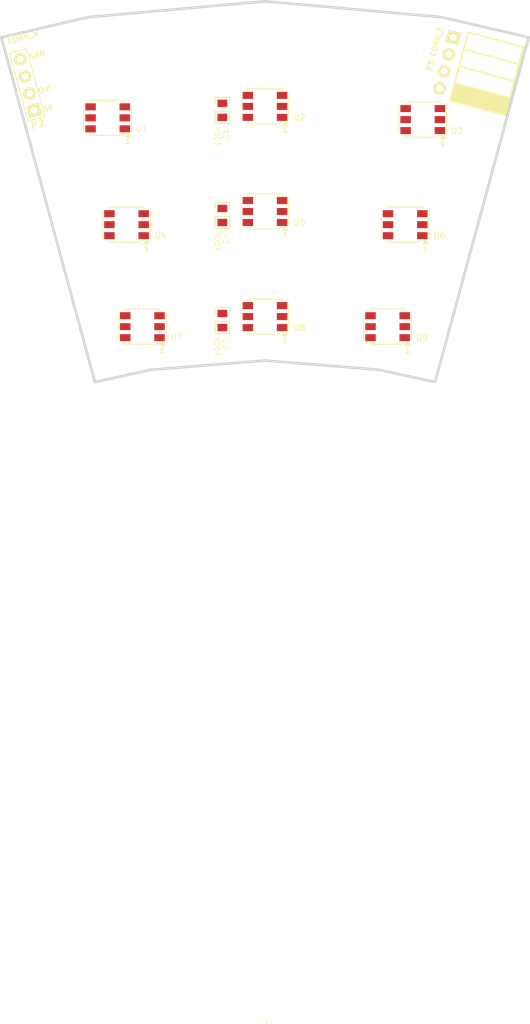
<source format=kicad_pcb>
(kicad_pcb (version 3) (host pcbnew "(2013-03-15 BZR 4003)-stable")

  (general
    (links 51)
    (no_connects 51)
    (area 25.018999 25.145999 101.600001 175.2092)
    (thickness 1.6002)
    (drawings 10)
    (tracks 0)
    (zones 0)
    (modules 15)
    (nets 9)
  )

  (page A4)
  (layers
    (15 Front signal)
    (0 Back signal)
    (16 B.Adhes user)
    (17 F.Adhes user)
    (18 B.Paste user)
    (19 F.Paste user)
    (20 B.SilkS user)
    (21 F.SilkS user)
    (22 B.Mask user)
    (23 F.Mask user)
    (24 Dwgs.User user)
    (25 Cmts.User user)
    (26 Eco1.User user)
    (27 Eco2.User user)
    (28 Edge.Cuts user)
  )

  (setup
    (last_trace_width 0.2032)
    (trace_clearance 0.254)
    (zone_clearance 0.508)
    (zone_45_only no)
    (trace_min 0.2032)
    (segment_width 0.381)
    (edge_width 0.381)
    (via_size 0.889)
    (via_drill 0.635)
    (via_min_size 0.889)
    (via_min_drill 0.508)
    (uvia_size 0.508)
    (uvia_drill 0.127)
    (uvias_allowed no)
    (uvia_min_size 0.508)
    (uvia_min_drill 0.127)
    (pcb_text_width 0.3048)
    (pcb_text_size 1.524 2.032)
    (mod_edge_width 0.381)
    (mod_text_size 1.524 1.524)
    (mod_text_width 0.3048)
    (pad_size 1.524 1.524)
    (pad_drill 0.8128)
    (pad_to_mask_clearance 0.254)
    (aux_axis_origin 0 0)
    (visible_elements FFFFFFBF)
    (pcbplotparams
      (layerselection 3178497)
      (usegerberextensions true)
      (excludeedgelayer true)
      (linewidth 60)
      (plotframeref false)
      (viasonmask false)
      (mode 1)
      (useauxorigin false)
      (hpglpennumber 1)
      (hpglpenspeed 20)
      (hpglpendiameter 15)
      (hpglpenoverlay 0)
      (psnegative false)
      (psa4output false)
      (plotreference true)
      (plotvalue true)
      (plotothertext true)
      (plotinvisibletext false)
      (padsonsilk false)
      (subtractmaskfromsilk false)
      (outputformat 1)
      (mirror false)
      (drillshape 1)
      (scaleselection 1)
      (outputdirectory ""))
  )

  (net 0 "")
  (net 1 /5V)
  (net 2 /D_15)
  (net 3 /D_16)
  (net 4 /Data_Out)
  (net 5 /SlaveController/5V)
  (net 6 GND)
  (net 7 N-000006)
  (net 8 N-000037)

  (net_class Default "This is the default net class."
    (clearance 0.254)
    (trace_width 0.2032)
    (via_dia 0.889)
    (via_drill 0.635)
    (uvia_dia 0.508)
    (uvia_drill 0.127)
    (add_net "")
    (add_net /5V)
    (add_net /D_15)
    (add_net /D_16)
    (add_net /Data_Out)
    (add_net /SlaveController/5V)
    (add_net GND)
    (add_net N-000006)
    (add_net N-000037)
  )

  (module RGB_WS2811 (layer Front) (tedit 513F2407) (tstamp 51383698)
    (at 86.106 42.418 90)
    (path /50E7FA74)
    (fp_text reference U3 (at -1.5875 4.953 180) (layer F.SilkS)
      (effects (font (size 0.889 0.889) (thickness 0.127)))
    )
    (fp_text value RGB_WS2811 (at 0 0 90) (layer F.SilkS) hide
      (effects (font (size 0.762 0.762) (thickness 0.127)))
    )
    (fp_line (start -2.3495 2.8575) (end -2.3495 2.9845) (layer F.SilkS) (width 0.127))
    (fp_line (start -2.4765 2.794) (end -2.4765 3.048) (layer F.SilkS) (width 0.127))
    (fp_line (start -2.6035 2.667) (end -2.6035 3.175) (layer F.SilkS) (width 0.127))
    (fp_line (start -2.286 2.921) (end -2.7305 3.3655) (layer F.SilkS) (width 0.127))
    (fp_line (start -2.7305 3.3655) (end -2.7305 2.4765) (layer F.SilkS) (width 0.127))
    (fp_line (start -2.7305 2.4765) (end -2.286 2.921) (layer F.SilkS) (width 0.127))
    (fp_line (start -2.54 2.032) (end -2.286 2.286) (layer F.SilkS) (width 0.127))
    (fp_line (start -2.032 -3.429) (end 2.032 -3.429) (layer F.SilkS) (width 0.127))
    (fp_line (start -2.032 3.429) (end 2.032 3.429) (layer F.SilkS) (width 0.127))
    (fp_line (start 2.54 2.54) (end 2.286 2.54) (layer F.SilkS) (width 0.127))
    (fp_line (start -2.54 -2.54) (end -2.286 -2.54) (layer F.SilkS) (width 0.127))
    (fp_line (start 2.54 -2.54) (end 2.286 -2.54) (layer F.SilkS) (width 0.127))
    (fp_line (start -2.54 2.032) (end -2.54 0) (layer F.SilkS) (width 0.127))
    (fp_line (start -2.54 0) (end -2.54 -2.54) (layer F.SilkS) (width 0.127))
    (fp_line (start 2.54 -2.54) (end 2.54 0) (layer F.SilkS) (width 0.127))
    (fp_line (start 2.54 0) (end 2.54 2.54) (layer F.SilkS) (width 0.127))
    (fp_text user 1 (at -3.4036 2.921 180) (layer F.SilkS)
      (effects (font (size 0.762 0.762) (thickness 0.1524)))
    )
    (pad 1 smd rect (at -1.5875 2.4765 90) (size 1.016 1.524)
      (layers Front F.Paste F.Mask)
      (net 3 /D_16)
      (clearance 0.127)
    )
    (pad 2 smd rect (at 0 2.4765 90) (size 1.016 1.524)
      (layers Front F.Paste F.Mask)
      (net 2 /D_15)
      (clearance 0.127)
    )
    (pad 3 smd rect (at 1.5875 2.4765 90) (size 1.016 1.524)
      (layers Front F.Paste F.Mask)
      (net 1 /5V)
      (clearance 0.127)
    )
    (pad 4 smd rect (at 1.5875 -2.4765 90) (size 1.016 1.524)
      (layers Front F.Paste F.Mask)
      (clearance 0.127)
    )
    (pad 5 smd rect (at 0 -2.4765 90) (size 1.016 1.524)
      (layers Front F.Paste F.Mask)
      (net 1 /5V)
      (clearance 0.127)
    )
    (pad 6 smd rect (at -1.5875 -2.4765 90) (size 1.016 1.524)
      (layers Front F.Paste F.Mask)
      (net 6 GND)
      (clearance 0.127)
    )
    (model smartRGB_Lib/smartRGB_3D/led_0805.wrl
      (at (xyz 0 0 0))
      (scale (xyz 1 1.5 1))
      (rotate (xyz 0 0 0))
    )
    (model Equinox_Libs\equinox_3D\led_0805.wrl
      (at (xyz 0 0 0))
      (scale (xyz 1 1.5 1))
      (rotate (xyz 0 0 0))
    )
  )

  (module RGB_WS2811 (layer Front) (tedit 513F2425) (tstamp 51372247)
    (at 63.3095 70.866 90)
    (path /50E7FA74)
    (fp_text reference U8 (at -1.5875 4.953 180) (layer F.SilkS)
      (effects (font (size 0.889 0.889) (thickness 0.127)))
    )
    (fp_text value RGB_WS2811 (at 0 0 90) (layer F.SilkS) hide
      (effects (font (size 0.762 0.762) (thickness 0.127)))
    )
    (fp_line (start -2.3495 2.8575) (end -2.3495 2.9845) (layer F.SilkS) (width 0.127))
    (fp_line (start -2.4765 2.794) (end -2.4765 3.048) (layer F.SilkS) (width 0.127))
    (fp_line (start -2.6035 2.667) (end -2.6035 3.175) (layer F.SilkS) (width 0.127))
    (fp_line (start -2.286 2.921) (end -2.7305 3.3655) (layer F.SilkS) (width 0.127))
    (fp_line (start -2.7305 3.3655) (end -2.7305 2.4765) (layer F.SilkS) (width 0.127))
    (fp_line (start -2.7305 2.4765) (end -2.286 2.921) (layer F.SilkS) (width 0.127))
    (fp_line (start -2.54 2.032) (end -2.286 2.286) (layer F.SilkS) (width 0.127))
    (fp_line (start -2.032 -3.429) (end 2.032 -3.429) (layer F.SilkS) (width 0.127))
    (fp_line (start -2.032 3.429) (end 2.032 3.429) (layer F.SilkS) (width 0.127))
    (fp_line (start 2.54 2.54) (end 2.286 2.54) (layer F.SilkS) (width 0.127))
    (fp_line (start -2.54 -2.54) (end -2.286 -2.54) (layer F.SilkS) (width 0.127))
    (fp_line (start 2.54 -2.54) (end 2.286 -2.54) (layer F.SilkS) (width 0.127))
    (fp_line (start -2.54 2.032) (end -2.54 0) (layer F.SilkS) (width 0.127))
    (fp_line (start -2.54 0) (end -2.54 -2.54) (layer F.SilkS) (width 0.127))
    (fp_line (start 2.54 -2.54) (end 2.54 0) (layer F.SilkS) (width 0.127))
    (fp_line (start 2.54 0) (end 2.54 2.54) (layer F.SilkS) (width 0.127))
    (fp_text user 1 (at -3.4036 2.921 180) (layer F.SilkS)
      (effects (font (size 0.762 0.762) (thickness 0.1524)))
    )
    (pad 1 smd rect (at -1.5875 2.4765 90) (size 1.016 1.524)
      (layers Front F.Paste F.Mask)
      (net 3 /D_16)
      (clearance 0.127)
    )
    (pad 2 smd rect (at 0 2.4765 90) (size 1.016 1.524)
      (layers Front F.Paste F.Mask)
      (net 2 /D_15)
      (clearance 0.127)
    )
    (pad 3 smd rect (at 1.5875 2.4765 90) (size 1.016 1.524)
      (layers Front F.Paste F.Mask)
      (net 1 /5V)
      (clearance 0.127)
    )
    (pad 4 smd rect (at 1.5875 -2.4765 90) (size 1.016 1.524)
      (layers Front F.Paste F.Mask)
      (clearance 0.127)
    )
    (pad 5 smd rect (at 0 -2.4765 90) (size 1.016 1.524)
      (layers Front F.Paste F.Mask)
      (net 1 /5V)
      (clearance 0.127)
    )
    (pad 6 smd rect (at -1.5875 -2.4765 90) (size 1.016 1.524)
      (layers Front F.Paste F.Mask)
      (net 6 GND)
      (clearance 0.127)
    )
    (model smartRGB_Lib/smartRGB_3D/led_0805.wrl
      (at (xyz 0 0 0))
      (scale (xyz 1 1.5 1))
      (rotate (xyz 0 0 0))
    )
    (model Equinox_Libs\equinox_3D\led_0805.wrl
      (at (xyz 0 0 0))
      (scale (xyz 1 1.5 1))
      (rotate (xyz 0 0 0))
    )
  )

  (module RGB_WS2811 (layer Front) (tedit 513F2418) (tstamp 5137223D)
    (at 63.3095 55.6895 90)
    (path /50E7FA74)
    (fp_text reference U5 (at -1.5875 4.953 180) (layer F.SilkS)
      (effects (font (size 0.889 0.889) (thickness 0.127)))
    )
    (fp_text value RGB_WS2811 (at 0 0 90) (layer F.SilkS) hide
      (effects (font (size 0.762 0.762) (thickness 0.127)))
    )
    (fp_line (start -2.3495 2.8575) (end -2.3495 2.9845) (layer F.SilkS) (width 0.127))
    (fp_line (start -2.4765 2.794) (end -2.4765 3.048) (layer F.SilkS) (width 0.127))
    (fp_line (start -2.6035 2.667) (end -2.6035 3.175) (layer F.SilkS) (width 0.127))
    (fp_line (start -2.286 2.921) (end -2.7305 3.3655) (layer F.SilkS) (width 0.127))
    (fp_line (start -2.7305 3.3655) (end -2.7305 2.4765) (layer F.SilkS) (width 0.127))
    (fp_line (start -2.7305 2.4765) (end -2.286 2.921) (layer F.SilkS) (width 0.127))
    (fp_line (start -2.54 2.032) (end -2.286 2.286) (layer F.SilkS) (width 0.127))
    (fp_line (start -2.032 -3.429) (end 2.032 -3.429) (layer F.SilkS) (width 0.127))
    (fp_line (start -2.032 3.429) (end 2.032 3.429) (layer F.SilkS) (width 0.127))
    (fp_line (start 2.54 2.54) (end 2.286 2.54) (layer F.SilkS) (width 0.127))
    (fp_line (start -2.54 -2.54) (end -2.286 -2.54) (layer F.SilkS) (width 0.127))
    (fp_line (start 2.54 -2.54) (end 2.286 -2.54) (layer F.SilkS) (width 0.127))
    (fp_line (start -2.54 2.032) (end -2.54 0) (layer F.SilkS) (width 0.127))
    (fp_line (start -2.54 0) (end -2.54 -2.54) (layer F.SilkS) (width 0.127))
    (fp_line (start 2.54 -2.54) (end 2.54 0) (layer F.SilkS) (width 0.127))
    (fp_line (start 2.54 0) (end 2.54 2.54) (layer F.SilkS) (width 0.127))
    (fp_text user 1 (at -3.4036 2.921 180) (layer F.SilkS)
      (effects (font (size 0.762 0.762) (thickness 0.1524)))
    )
    (pad 1 smd rect (at -1.5875 2.4765 90) (size 1.016 1.524)
      (layers Front F.Paste F.Mask)
      (net 3 /D_16)
      (clearance 0.127)
    )
    (pad 2 smd rect (at 0 2.4765 90) (size 1.016 1.524)
      (layers Front F.Paste F.Mask)
      (net 2 /D_15)
      (clearance 0.127)
    )
    (pad 3 smd rect (at 1.5875 2.4765 90) (size 1.016 1.524)
      (layers Front F.Paste F.Mask)
      (net 1 /5V)
      (clearance 0.127)
    )
    (pad 4 smd rect (at 1.5875 -2.4765 90) (size 1.016 1.524)
      (layers Front F.Paste F.Mask)
      (clearance 0.127)
    )
    (pad 5 smd rect (at 0 -2.4765 90) (size 1.016 1.524)
      (layers Front F.Paste F.Mask)
      (net 1 /5V)
      (clearance 0.127)
    )
    (pad 6 smd rect (at -1.5875 -2.4765 90) (size 1.016 1.524)
      (layers Front F.Paste F.Mask)
      (net 6 GND)
      (clearance 0.127)
    )
    (model smartRGB_Lib/smartRGB_3D/led_0805.wrl
      (at (xyz 0 0 0))
      (scale (xyz 1 1.5 1))
      (rotate (xyz 0 0 0))
    )
    (model Equinox_Libs\equinox_3D\led_0805.wrl
      (at (xyz 0 0 0))
      (scale (xyz 1 1.5 1))
      (rotate (xyz 0 0 0))
    )
  )

  (module RGB_WS2811 (layer Front) (tedit 513F2402) (tstamp 51372215)
    (at 63.3095 40.513 90)
    (path /50E7FA74)
    (fp_text reference U2 (at -1.5875 4.953 180) (layer F.SilkS)
      (effects (font (size 0.889 0.889) (thickness 0.127)))
    )
    (fp_text value RGB_WS2811 (at 0 0 90) (layer F.SilkS) hide
      (effects (font (size 0.762 0.762) (thickness 0.127)))
    )
    (fp_line (start -2.3495 2.8575) (end -2.3495 2.9845) (layer F.SilkS) (width 0.127))
    (fp_line (start -2.4765 2.794) (end -2.4765 3.048) (layer F.SilkS) (width 0.127))
    (fp_line (start -2.6035 2.667) (end -2.6035 3.175) (layer F.SilkS) (width 0.127))
    (fp_line (start -2.286 2.921) (end -2.7305 3.3655) (layer F.SilkS) (width 0.127))
    (fp_line (start -2.7305 3.3655) (end -2.7305 2.4765) (layer F.SilkS) (width 0.127))
    (fp_line (start -2.7305 2.4765) (end -2.286 2.921) (layer F.SilkS) (width 0.127))
    (fp_line (start -2.54 2.032) (end -2.286 2.286) (layer F.SilkS) (width 0.127))
    (fp_line (start -2.032 -3.429) (end 2.032 -3.429) (layer F.SilkS) (width 0.127))
    (fp_line (start -2.032 3.429) (end 2.032 3.429) (layer F.SilkS) (width 0.127))
    (fp_line (start 2.54 2.54) (end 2.286 2.54) (layer F.SilkS) (width 0.127))
    (fp_line (start -2.54 -2.54) (end -2.286 -2.54) (layer F.SilkS) (width 0.127))
    (fp_line (start 2.54 -2.54) (end 2.286 -2.54) (layer F.SilkS) (width 0.127))
    (fp_line (start -2.54 2.032) (end -2.54 0) (layer F.SilkS) (width 0.127))
    (fp_line (start -2.54 0) (end -2.54 -2.54) (layer F.SilkS) (width 0.127))
    (fp_line (start 2.54 -2.54) (end 2.54 0) (layer F.SilkS) (width 0.127))
    (fp_line (start 2.54 0) (end 2.54 2.54) (layer F.SilkS) (width 0.127))
    (fp_text user 1 (at -3.4036 2.921 180) (layer F.SilkS)
      (effects (font (size 0.762 0.762) (thickness 0.1524)))
    )
    (pad 1 smd rect (at -1.5875 2.4765 90) (size 1.016 1.524)
      (layers Front F.Paste F.Mask)
      (net 3 /D_16)
      (clearance 0.127)
    )
    (pad 2 smd rect (at 0 2.4765 90) (size 1.016 1.524)
      (layers Front F.Paste F.Mask)
      (net 2 /D_15)
      (clearance 0.127)
    )
    (pad 3 smd rect (at 1.5875 2.4765 90) (size 1.016 1.524)
      (layers Front F.Paste F.Mask)
      (net 1 /5V)
      (clearance 0.127)
    )
    (pad 4 smd rect (at 1.5875 -2.4765 90) (size 1.016 1.524)
      (layers Front F.Paste F.Mask)
      (clearance 0.127)
    )
    (pad 5 smd rect (at 0 -2.4765 90) (size 1.016 1.524)
      (layers Front F.Paste F.Mask)
      (net 1 /5V)
      (clearance 0.127)
    )
    (pad 6 smd rect (at -1.5875 -2.4765 90) (size 1.016 1.524)
      (layers Front F.Paste F.Mask)
      (net 6 GND)
      (clearance 0.127)
    )
    (model smartRGB_Lib/smartRGB_3D/led_0805.wrl
      (at (xyz 0 0 0))
      (scale (xyz 1 1.5 1))
      (rotate (xyz 0 0 0))
    )
    (model Equinox_Libs\equinox_3D\led_0805.wrl
      (at (xyz 0 0 0))
      (scale (xyz 1 1.5 1))
      (rotate (xyz 0 0 0))
    )
  )

  (module c_0805 (layer Front) (tedit 513F2475) (tstamp 51372808)
    (at 57.15 71.4375 270)
    (descr "SMT capacitor, 0805")
    (path /50E7E80E)
    (attr smd)
    (fp_text reference C7 (at 3.429 -0.508 270) (layer F.SilkS)
      (effects (font (size 0.762 0.762) (thickness 0.1016)))
    )
    (fp_text value 100n (at 3.7465 0.635 270) (layer F.SilkS)
      (effects (font (size 0.762 0.762) (thickness 0.1016)))
    )
    (fp_line (start 1.905 1.0795) (end 0.127 1.0795) (layer F.SilkS) (width 0.1524))
    (fp_line (start 1.905 -1.0795) (end 0.127 -1.0795) (layer F.SilkS) (width 0.1524))
    (fp_line (start -1.016 1.0795) (end -1.905 1.0795) (layer F.SilkS) (width 0.1524))
    (fp_line (start -1.905 -1.0795) (end -1.016 -1.0795) (layer F.SilkS) (width 0.1524))
    (fp_line (start 0.127 -1.0795) (end 0.127 1.0795) (layer F.SilkS) (width 0.1524))
    (fp_line (start 1.905 -1.0795) (end 1.905 1.0795) (layer F.SilkS) (width 0.1524))
    (fp_line (start -1.905 -1.0795) (end -1.905 1.0795) (layer F.SilkS) (width 0.1524))
    (pad 1 smd rect (at 1.016 0 270) (size 1.0668 1.4224)
      (layers Front F.Paste F.Mask)
      (net 6 GND)
    )
    (pad 2 smd rect (at -1.016 0 270) (size 1.0668 1.4224)
      (layers Front F.Paste F.Mask)
      (net 5 /SlaveController/5V)
    )
    (model smartRGB_Lib/smartRGB_3D/c_0805.wrl
      (at (xyz 0 0 0))
      (scale (xyz 1 1 1))
      (rotate (xyz 0 0 0))
    )
    (model Equinox_Libs\equinox_3D\c_0805.wrl
      (at (xyz 0 0 0))
      (scale (xyz 1 1 1))
      (rotate (xyz 0 0 0))
    )
  )

  (module c_0805 (layer Front) (tedit 513F2470) (tstamp 513727F4)
    (at 57.15 56.261 270)
    (descr "SMT capacitor, 0805")
    (path /50E7E80E)
    (attr smd)
    (fp_text reference C4 (at 3.429 -0.508 270) (layer F.SilkS)
      (effects (font (size 0.762 0.762) (thickness 0.1016)))
    )
    (fp_text value 100n (at 3.7465 0.635 270) (layer F.SilkS)
      (effects (font (size 0.762 0.762) (thickness 0.1016)))
    )
    (fp_line (start 1.905 1.0795) (end 0.127 1.0795) (layer F.SilkS) (width 0.1524))
    (fp_line (start 1.905 -1.0795) (end 0.127 -1.0795) (layer F.SilkS) (width 0.1524))
    (fp_line (start -1.016 1.0795) (end -1.905 1.0795) (layer F.SilkS) (width 0.1524))
    (fp_line (start -1.905 -1.0795) (end -1.016 -1.0795) (layer F.SilkS) (width 0.1524))
    (fp_line (start 0.127 -1.0795) (end 0.127 1.0795) (layer F.SilkS) (width 0.1524))
    (fp_line (start 1.905 -1.0795) (end 1.905 1.0795) (layer F.SilkS) (width 0.1524))
    (fp_line (start -1.905 -1.0795) (end -1.905 1.0795) (layer F.SilkS) (width 0.1524))
    (pad 1 smd rect (at 1.016 0 270) (size 1.0668 1.4224)
      (layers Front F.Paste F.Mask)
      (net 6 GND)
    )
    (pad 2 smd rect (at -1.016 0 270) (size 1.0668 1.4224)
      (layers Front F.Paste F.Mask)
      (net 5 /SlaveController/5V)
    )
    (model smartRGB_Lib/smartRGB_3D/c_0805.wrl
      (at (xyz 0 0 0))
      (scale (xyz 1 1 1))
      (rotate (xyz 0 0 0))
    )
    (model Equinox_Libs\equinox_3D\c_0805.wrl
      (at (xyz 0 0 0))
      (scale (xyz 1 1 1))
      (rotate (xyz 0 0 0))
    )
  )

  (module c_0805 (layer Front) (tedit 513F246C) (tstamp 513727BC)
    (at 57.15 41.0845 270)
    (descr "SMT capacitor, 0805")
    (path /50E7E80E)
    (attr smd)
    (fp_text reference C1 (at 3.429 -0.508 270) (layer F.SilkS)
      (effects (font (size 0.762 0.762) (thickness 0.1016)))
    )
    (fp_text value 100n (at 3.7465 0.635 270) (layer F.SilkS)
      (effects (font (size 0.762 0.762) (thickness 0.1016)))
    )
    (fp_line (start 1.905 1.0795) (end 0.127 1.0795) (layer F.SilkS) (width 0.1524))
    (fp_line (start 1.905 -1.0795) (end 0.127 -1.0795) (layer F.SilkS) (width 0.1524))
    (fp_line (start -1.016 1.0795) (end -1.905 1.0795) (layer F.SilkS) (width 0.1524))
    (fp_line (start -1.905 -1.0795) (end -1.016 -1.0795) (layer F.SilkS) (width 0.1524))
    (fp_line (start 0.127 -1.0795) (end 0.127 1.0795) (layer F.SilkS) (width 0.1524))
    (fp_line (start 1.905 -1.0795) (end 1.905 1.0795) (layer F.SilkS) (width 0.1524))
    (fp_line (start -1.905 -1.0795) (end -1.905 1.0795) (layer F.SilkS) (width 0.1524))
    (pad 1 smd rect (at 1.016 0 270) (size 1.0668 1.4224)
      (layers Front F.Paste F.Mask)
      (net 6 GND)
    )
    (pad 2 smd rect (at -1.016 0 270) (size 1.0668 1.4224)
      (layers Front F.Paste F.Mask)
      (net 5 /SlaveController/5V)
    )
    (model smartRGB_Lib/smartRGB_3D/c_0805.wrl
      (at (xyz 0 0 0))
      (scale (xyz 1 1 1))
      (rotate (xyz 0 0 0))
    )
    (model Equinox_Libs\equinox_3D\c_0805.wrl
      (at (xyz 0 0 0))
      (scale (xyz 1 1 1))
      (rotate (xyz 0 0 0))
    )
  )

  (module CONN_E (layer Front) (tedit 513F2458) (tstamp 51372557)
    (at 28.956 37.4015 285)
    (descr "Pin strip 4pin 90")
    (tags "CONN DEV")
    (path /50E7F7C5)
    (attr smd)
    (fp_text reference P2 (at 5.9055 0 375) (layer F.SilkS)
      (effects (font (size 1.016 1.016) (thickness 0.1524)))
    )
    (fp_text value CONN_W (at -6.7945 -1.2065 375) (layer F.SilkS)
      (effects (font (size 0.762 0.762) (thickness 0.1524)))
    )
    (fp_text user GND (at -3.81 -2.4765 375) (layer F.SilkS)
      (effects (font (size 0.762 0.762) (thickness 0.1524)))
    )
    (fp_text user Out (at 1.27 -2.286 375) (layer F.SilkS)
      (effects (font (size 0.762 0.762) (thickness 0.1524)))
    )
    (fp_text user 5V (at 4.064 -2.032 375) (layer F.SilkS)
      (effects (font (size 0.762 0.762) (thickness 0.1524)))
    )
    (fp_line (start 0 1.27) (end -5.08 1.27) (layer F.SilkS) (width 0.127))
    (fp_line (start -5.08 1.27) (end -5.08 0) (layer F.SilkS) (width 0.127))
    (fp_line (start -5.08 0) (end -5.08 -1.27) (layer F.SilkS) (width 0.127))
    (fp_line (start -5.08 -1.27) (end 0 -1.27) (layer F.SilkS) (width 0.127))
    (fp_line (start 0 -1.27) (end 5.08 -1.27) (layer F.SilkS) (width 0.127))
    (fp_line (start 5.08 -1.27) (end 5.08 0) (layer F.SilkS) (width 0.127))
    (fp_line (start 5.08 0) (end 5.08 1.27) (layer F.SilkS) (width 0.127))
    (fp_line (start 5.08 1.27) (end 0 1.27) (layer F.SilkS) (width 0.127))
    (pad 1 thru_hole rect (at 3.81 0 285) (size 1.778 1.778) (drill 1.016)
      (layers *.Cu *.Mask F.SilkS)
      (net 1 /5V)
    )
    (pad 2 thru_hole circle (at 1.27 0 285) (size 1.778 1.778) (drill 1.016)
      (layers *.Cu *.Mask F.SilkS)
      (net 4 /Data_Out)
    )
    (pad 3 thru_hole circle (at -1.27 0 285) (size 1.778 1.778) (drill 1.016)
      (layers *.Cu *.Mask F.SilkS)
      (net 7 N-000006)
    )
    (pad 4 thru_hole circle (at -3.81 0 285) (size 1.778 1.778) (drill 1.016)
      (layers *.Cu *.Mask F.SilkS)
      (net 6 GND)
    )
    (model smartRGB_Lib/smartRGB_3D/pin_strip_4.wrl
      (at (xyz 0 0 0))
      (scale (xyz 1 1 1))
      (rotate (xyz 0 0 0))
    )
    (model Equinox_Libs\equinox_3D\pin_strip_4-90.wrl
      (at (xyz 0 0 0))
      (scale (xyz 1 1 1))
      (rotate (xyz 0 0 0))
    )
  )

  (module CONN_S (layer Front) (tedit 513F2451) (tstamp 513725E7)
    (at 89.535 34.2265 75)
    (descr "Pin strip 4pin 90")
    (tags "CONN DEV")
    (path /50E7F7B7)
    (attr smd)
    (fp_text reference P3 (at -1.02108 -2.09296 75) (layer F.SilkS)
      (effects (font (size 0.762 0.762) (thickness 0.1524)))
    )
    (fp_text value CONN_E (at 2.6035 -2.159 75) (layer F.SilkS)
      (effects (font (size 0.762 0.762) (thickness 0.1524)))
    )
    (fp_line (start -2.794 1.905) (end -2.794 10.16) (layer F.SilkS) (width 0.254))
    (fp_line (start -3.048 10.16) (end -3.048 1.905) (layer F.SilkS) (width 0.254))
    (fp_line (start -3.302 1.905) (end -3.302 10.16) (layer F.SilkS) (width 0.254))
    (fp_line (start -3.556 10.16) (end -3.556 1.905) (layer F.SilkS) (width 0.254))
    (fp_line (start -3.81 1.905) (end -3.81 10.16) (layer F.SilkS) (width 0.254))
    (fp_line (start -4.064 10.16) (end -4.064 1.905) (layer F.SilkS) (width 0.254))
    (fp_line (start -4.318 1.905) (end -4.318 10.16) (layer F.SilkS) (width 0.254))
    (fp_line (start -4.572 10.16) (end -4.572 1.905) (layer F.SilkS) (width 0.254))
    (fp_line (start -4.826 1.905) (end -4.826 10.16) (layer F.SilkS) (width 0.254))
    (fp_line (start -2.54 1.905) (end -2.54 10.16) (layer F.SilkS) (width 0.254))
    (fp_line (start 2.54 1.905) (end 2.54 10.16) (layer F.SilkS) (width 0.254))
    (fp_line (start 0 10.16) (end 5.08 10.16) (layer F.SilkS) (width 0.254))
    (fp_line (start 5.08 10.16) (end 5.08 1.905) (layer F.SilkS) (width 0.254))
    (fp_line (start 5.08 1.905) (end 0 1.905) (layer F.SilkS) (width 0.254))
    (fp_line (start 0 10.16) (end -5.08 10.16) (layer F.SilkS) (width 0.254))
    (fp_line (start -5.08 10.16) (end -5.08 1.905) (layer F.SilkS) (width 0.254))
    (fp_line (start -5.08 1.905) (end 0 1.905) (layer F.SilkS) (width 0.254))
    (fp_line (start 0 1.905) (end 0 10.16) (layer F.SilkS) (width 0.254))
    (pad 1 thru_hole circle (at -3.81 0 75) (size 1.778 1.778) (drill 1.016)
      (layers *.Cu *.Mask F.SilkS)
      (net 1 /5V)
    )
    (pad 2 thru_hole circle (at -1.27 0 75) (size 1.778 1.778) (drill 1.016)
      (layers *.Cu *.Mask F.SilkS)
      (net 4 /Data_Out)
    )
    (pad 3 thru_hole circle (at 1.27 0 75) (size 1.778 1.778) (drill 1.016)
      (layers *.Cu *.Mask F.SilkS)
      (net 8 N-000037)
    )
    (pad 4 thru_hole rect (at 3.81 0 75) (size 1.778 1.778) (drill 1.016)
      (layers *.Cu *.Mask F.SilkS)
      (net 6 GND)
    )
    (model smartRGB_Lib/smartRGB_3D/socket_1x4_90.wrl
      (at (xyz 0 0 0))
      (scale (xyz 1 1 1))
      (rotate (xyz 0 0 0))
    )
    (model Equinox_Libs\equinox_3D\socket_1x4_90.wrl
      (at (xyz 0 0 0))
      (scale (xyz 1 1 1))
      (rotate (xyz 0 0 0))
    )
  )

  (module PCB (layer Front) (tedit 50E96D6E) (tstamp 51372D81)
    (at 63.5 172.72)
    (path /50E96A4D)
    (fp_text reference PCB1 (at 0 -1.3335) (layer F.SilkS) hide
      (effects (font (size 1.016 1.016) (thickness 0.1524)))
    )
    (fp_text value CONN_1 (at 0 1.651) (layer F.SilkS) hide
      (effects (font (size 1.016 1.016) (thickness 0.1524)))
    )
    (fp_line (start -0.254 0) (end 0.254 0) (layer F.SilkS) (width 0.127))
    (fp_line (start 0 -0.254) (end 0 0.254) (layer F.SilkS) (width 0.127))
    (model Equinox_Libs\equinox_3D\equinox_pcb.wrl
      (at (xyz 0 0 0))
      (scale (xyz 1 1 1))
      (rotate (xyz 0 0 0))
    )
  )

  (module RGB_WS2811 (layer Front) (tedit 513F2421) (tstamp 51373B41)
    (at 45.593 72.3265 90)
    (path /50E7FA74)
    (fp_text reference U7 (at -1.5875 4.953 180) (layer F.SilkS)
      (effects (font (size 0.889 0.889) (thickness 0.127)))
    )
    (fp_text value RGB_WS2811 (at 0 0 90) (layer F.SilkS) hide
      (effects (font (size 0.762 0.762) (thickness 0.127)))
    )
    (fp_line (start -2.3495 2.8575) (end -2.3495 2.9845) (layer F.SilkS) (width 0.127))
    (fp_line (start -2.4765 2.794) (end -2.4765 3.048) (layer F.SilkS) (width 0.127))
    (fp_line (start -2.6035 2.667) (end -2.6035 3.175) (layer F.SilkS) (width 0.127))
    (fp_line (start -2.286 2.921) (end -2.7305 3.3655) (layer F.SilkS) (width 0.127))
    (fp_line (start -2.7305 3.3655) (end -2.7305 2.4765) (layer F.SilkS) (width 0.127))
    (fp_line (start -2.7305 2.4765) (end -2.286 2.921) (layer F.SilkS) (width 0.127))
    (fp_line (start -2.54 2.032) (end -2.286 2.286) (layer F.SilkS) (width 0.127))
    (fp_line (start -2.032 -3.429) (end 2.032 -3.429) (layer F.SilkS) (width 0.127))
    (fp_line (start -2.032 3.429) (end 2.032 3.429) (layer F.SilkS) (width 0.127))
    (fp_line (start 2.54 2.54) (end 2.286 2.54) (layer F.SilkS) (width 0.127))
    (fp_line (start -2.54 -2.54) (end -2.286 -2.54) (layer F.SilkS) (width 0.127))
    (fp_line (start 2.54 -2.54) (end 2.286 -2.54) (layer F.SilkS) (width 0.127))
    (fp_line (start -2.54 2.032) (end -2.54 0) (layer F.SilkS) (width 0.127))
    (fp_line (start -2.54 0) (end -2.54 -2.54) (layer F.SilkS) (width 0.127))
    (fp_line (start 2.54 -2.54) (end 2.54 0) (layer F.SilkS) (width 0.127))
    (fp_line (start 2.54 0) (end 2.54 2.54) (layer F.SilkS) (width 0.127))
    (fp_text user 1 (at -3.4036 2.921 180) (layer F.SilkS)
      (effects (font (size 0.762 0.762) (thickness 0.1524)))
    )
    (pad 1 smd rect (at -1.5875 2.4765 90) (size 1.016 1.524)
      (layers Front F.Paste F.Mask)
      (net 3 /D_16)
      (clearance 0.127)
    )
    (pad 2 smd rect (at 0 2.4765 90) (size 1.016 1.524)
      (layers Front F.Paste F.Mask)
      (net 2 /D_15)
      (clearance 0.127)
    )
    (pad 3 smd rect (at 1.5875 2.4765 90) (size 1.016 1.524)
      (layers Front F.Paste F.Mask)
      (net 1 /5V)
      (clearance 0.127)
    )
    (pad 4 smd rect (at 1.5875 -2.4765 90) (size 1.016 1.524)
      (layers Front F.Paste F.Mask)
      (clearance 0.127)
    )
    (pad 5 smd rect (at 0 -2.4765 90) (size 1.016 1.524)
      (layers Front F.Paste F.Mask)
      (net 1 /5V)
      (clearance 0.127)
    )
    (pad 6 smd rect (at -1.5875 -2.4765 90) (size 1.016 1.524)
      (layers Front F.Paste F.Mask)
      (net 6 GND)
      (clearance 0.127)
    )
    (model smartRGB_Lib/smartRGB_3D/led_0805.wrl
      (at (xyz 0 0 0))
      (scale (xyz 1 1.5 1))
      (rotate (xyz 0 0 0))
    )
    (model Equinox_Libs\equinox_3D\led_0805.wrl
      (at (xyz 0 0 0))
      (scale (xyz 1 1.5 1))
      (rotate (xyz 0 0 0))
    )
  )

  (module RGB_WS2811 (layer Front) (tedit 513F2429) (tstamp 51373B8C)
    (at 81.026 72.3265 90)
    (path /50E7FA74)
    (fp_text reference U9 (at -1.5875 4.953 180) (layer F.SilkS)
      (effects (font (size 0.889 0.889) (thickness 0.127)))
    )
    (fp_text value RGB_WS2811 (at 0 0 90) (layer F.SilkS) hide
      (effects (font (size 0.762 0.762) (thickness 0.127)))
    )
    (fp_line (start -2.3495 2.8575) (end -2.3495 2.9845) (layer F.SilkS) (width 0.127))
    (fp_line (start -2.4765 2.794) (end -2.4765 3.048) (layer F.SilkS) (width 0.127))
    (fp_line (start -2.6035 2.667) (end -2.6035 3.175) (layer F.SilkS) (width 0.127))
    (fp_line (start -2.286 2.921) (end -2.7305 3.3655) (layer F.SilkS) (width 0.127))
    (fp_line (start -2.7305 3.3655) (end -2.7305 2.4765) (layer F.SilkS) (width 0.127))
    (fp_line (start -2.7305 2.4765) (end -2.286 2.921) (layer F.SilkS) (width 0.127))
    (fp_line (start -2.54 2.032) (end -2.286 2.286) (layer F.SilkS) (width 0.127))
    (fp_line (start -2.032 -3.429) (end 2.032 -3.429) (layer F.SilkS) (width 0.127))
    (fp_line (start -2.032 3.429) (end 2.032 3.429) (layer F.SilkS) (width 0.127))
    (fp_line (start 2.54 2.54) (end 2.286 2.54) (layer F.SilkS) (width 0.127))
    (fp_line (start -2.54 -2.54) (end -2.286 -2.54) (layer F.SilkS) (width 0.127))
    (fp_line (start 2.54 -2.54) (end 2.286 -2.54) (layer F.SilkS) (width 0.127))
    (fp_line (start -2.54 2.032) (end -2.54 0) (layer F.SilkS) (width 0.127))
    (fp_line (start -2.54 0) (end -2.54 -2.54) (layer F.SilkS) (width 0.127))
    (fp_line (start 2.54 -2.54) (end 2.54 0) (layer F.SilkS) (width 0.127))
    (fp_line (start 2.54 0) (end 2.54 2.54) (layer F.SilkS) (width 0.127))
    (fp_text user 1 (at -3.4036 2.921 180) (layer F.SilkS)
      (effects (font (size 0.762 0.762) (thickness 0.1524)))
    )
    (pad 1 smd rect (at -1.5875 2.4765 90) (size 1.016 1.524)
      (layers Front F.Paste F.Mask)
      (net 3 /D_16)
      (clearance 0.127)
    )
    (pad 2 smd rect (at 0 2.4765 90) (size 1.016 1.524)
      (layers Front F.Paste F.Mask)
      (net 2 /D_15)
      (clearance 0.127)
    )
    (pad 3 smd rect (at 1.5875 2.4765 90) (size 1.016 1.524)
      (layers Front F.Paste F.Mask)
      (net 1 /5V)
      (clearance 0.127)
    )
    (pad 4 smd rect (at 1.5875 -2.4765 90) (size 1.016 1.524)
      (layers Front F.Paste F.Mask)
      (clearance 0.127)
    )
    (pad 5 smd rect (at 0 -2.4765 90) (size 1.016 1.524)
      (layers Front F.Paste F.Mask)
      (net 1 /5V)
      (clearance 0.127)
    )
    (pad 6 smd rect (at -1.5875 -2.4765 90) (size 1.016 1.524)
      (layers Front F.Paste F.Mask)
      (net 6 GND)
      (clearance 0.127)
    )
    (model smartRGB_Lib/smartRGB_3D/led_0805.wrl
      (at (xyz 0 0 0))
      (scale (xyz 1 1.5 1))
      (rotate (xyz 0 0 0))
    )
    (model Equinox_Libs\equinox_3D\led_0805.wrl
      (at (xyz 0 0 0))
      (scale (xyz 1 1.5 1))
      (rotate (xyz 0 0 0))
    )
  )

  (module RGB_WS2811 (layer Front) (tedit 513F241D) (tstamp 513836A6)
    (at 83.566 57.5945 90)
    (path /50E7FA74)
    (fp_text reference U6 (at -1.5875 4.953 180) (layer F.SilkS)
      (effects (font (size 0.889 0.889) (thickness 0.127)))
    )
    (fp_text value RGB_WS2811 (at 0 0 90) (layer F.SilkS) hide
      (effects (font (size 0.762 0.762) (thickness 0.127)))
    )
    (fp_line (start -2.3495 2.8575) (end -2.3495 2.9845) (layer F.SilkS) (width 0.127))
    (fp_line (start -2.4765 2.794) (end -2.4765 3.048) (layer F.SilkS) (width 0.127))
    (fp_line (start -2.6035 2.667) (end -2.6035 3.175) (layer F.SilkS) (width 0.127))
    (fp_line (start -2.286 2.921) (end -2.7305 3.3655) (layer F.SilkS) (width 0.127))
    (fp_line (start -2.7305 3.3655) (end -2.7305 2.4765) (layer F.SilkS) (width 0.127))
    (fp_line (start -2.7305 2.4765) (end -2.286 2.921) (layer F.SilkS) (width 0.127))
    (fp_line (start -2.54 2.032) (end -2.286 2.286) (layer F.SilkS) (width 0.127))
    (fp_line (start -2.032 -3.429) (end 2.032 -3.429) (layer F.SilkS) (width 0.127))
    (fp_line (start -2.032 3.429) (end 2.032 3.429) (layer F.SilkS) (width 0.127))
    (fp_line (start 2.54 2.54) (end 2.286 2.54) (layer F.SilkS) (width 0.127))
    (fp_line (start -2.54 -2.54) (end -2.286 -2.54) (layer F.SilkS) (width 0.127))
    (fp_line (start 2.54 -2.54) (end 2.286 -2.54) (layer F.SilkS) (width 0.127))
    (fp_line (start -2.54 2.032) (end -2.54 0) (layer F.SilkS) (width 0.127))
    (fp_line (start -2.54 0) (end -2.54 -2.54) (layer F.SilkS) (width 0.127))
    (fp_line (start 2.54 -2.54) (end 2.54 0) (layer F.SilkS) (width 0.127))
    (fp_line (start 2.54 0) (end 2.54 2.54) (layer F.SilkS) (width 0.127))
    (fp_text user 1 (at -3.4036 2.921 180) (layer F.SilkS)
      (effects (font (size 0.762 0.762) (thickness 0.1524)))
    )
    (pad 1 smd rect (at -1.5875 2.4765 90) (size 1.016 1.524)
      (layers Front F.Paste F.Mask)
      (net 3 /D_16)
      (clearance 0.127)
    )
    (pad 2 smd rect (at 0 2.4765 90) (size 1.016 1.524)
      (layers Front F.Paste F.Mask)
      (net 2 /D_15)
      (clearance 0.127)
    )
    (pad 3 smd rect (at 1.5875 2.4765 90) (size 1.016 1.524)
      (layers Front F.Paste F.Mask)
      (net 1 /5V)
      (clearance 0.127)
    )
    (pad 4 smd rect (at 1.5875 -2.4765 90) (size 1.016 1.524)
      (layers Front F.Paste F.Mask)
      (clearance 0.127)
    )
    (pad 5 smd rect (at 0 -2.4765 90) (size 1.016 1.524)
      (layers Front F.Paste F.Mask)
      (net 1 /5V)
      (clearance 0.127)
    )
    (pad 6 smd rect (at -1.5875 -2.4765 90) (size 1.016 1.524)
      (layers Front F.Paste F.Mask)
      (net 6 GND)
      (clearance 0.127)
    )
    (model smartRGB_Lib/smartRGB_3D/led_0805.wrl
      (at (xyz 0 0 0))
      (scale (xyz 1 1.5 1))
      (rotate (xyz 0 0 0))
    )
    (model Equinox_Libs\equinox_3D\led_0805.wrl
      (at (xyz 0 0 0))
      (scale (xyz 1 1.5 1))
      (rotate (xyz 0 0 0))
    )
  )

  (module RGB_WS2811 (layer Front) (tedit 513F2414) (tstamp 51383692)
    (at 43.307 57.5945 90)
    (path /50E7FA74)
    (fp_text reference U4 (at -1.5875 4.953 180) (layer F.SilkS)
      (effects (font (size 0.889 0.889) (thickness 0.127)))
    )
    (fp_text value RGB_WS2811 (at 0 0 90) (layer F.SilkS) hide
      (effects (font (size 0.762 0.762) (thickness 0.127)))
    )
    (fp_line (start -2.3495 2.8575) (end -2.3495 2.9845) (layer F.SilkS) (width 0.127))
    (fp_line (start -2.4765 2.794) (end -2.4765 3.048) (layer F.SilkS) (width 0.127))
    (fp_line (start -2.6035 2.667) (end -2.6035 3.175) (layer F.SilkS) (width 0.127))
    (fp_line (start -2.286 2.921) (end -2.7305 3.3655) (layer F.SilkS) (width 0.127))
    (fp_line (start -2.7305 3.3655) (end -2.7305 2.4765) (layer F.SilkS) (width 0.127))
    (fp_line (start -2.7305 2.4765) (end -2.286 2.921) (layer F.SilkS) (width 0.127))
    (fp_line (start -2.54 2.032) (end -2.286 2.286) (layer F.SilkS) (width 0.127))
    (fp_line (start -2.032 -3.429) (end 2.032 -3.429) (layer F.SilkS) (width 0.127))
    (fp_line (start -2.032 3.429) (end 2.032 3.429) (layer F.SilkS) (width 0.127))
    (fp_line (start 2.54 2.54) (end 2.286 2.54) (layer F.SilkS) (width 0.127))
    (fp_line (start -2.54 -2.54) (end -2.286 -2.54) (layer F.SilkS) (width 0.127))
    (fp_line (start 2.54 -2.54) (end 2.286 -2.54) (layer F.SilkS) (width 0.127))
    (fp_line (start -2.54 2.032) (end -2.54 0) (layer F.SilkS) (width 0.127))
    (fp_line (start -2.54 0) (end -2.54 -2.54) (layer F.SilkS) (width 0.127))
    (fp_line (start 2.54 -2.54) (end 2.54 0) (layer F.SilkS) (width 0.127))
    (fp_line (start 2.54 0) (end 2.54 2.54) (layer F.SilkS) (width 0.127))
    (fp_text user 1 (at -3.4036 2.921 180) (layer F.SilkS)
      (effects (font (size 0.762 0.762) (thickness 0.1524)))
    )
    (pad 1 smd rect (at -1.5875 2.4765 90) (size 1.016 1.524)
      (layers Front F.Paste F.Mask)
      (net 3 /D_16)
      (clearance 0.127)
    )
    (pad 2 smd rect (at 0 2.4765 90) (size 1.016 1.524)
      (layers Front F.Paste F.Mask)
      (net 2 /D_15)
      (clearance 0.127)
    )
    (pad 3 smd rect (at 1.5875 2.4765 90) (size 1.016 1.524)
      (layers Front F.Paste F.Mask)
      (net 1 /5V)
      (clearance 0.127)
    )
    (pad 4 smd rect (at 1.5875 -2.4765 90) (size 1.016 1.524)
      (layers Front F.Paste F.Mask)
      (clearance 0.127)
    )
    (pad 5 smd rect (at 0 -2.4765 90) (size 1.016 1.524)
      (layers Front F.Paste F.Mask)
      (net 1 /5V)
      (clearance 0.127)
    )
    (pad 6 smd rect (at -1.5875 -2.4765 90) (size 1.016 1.524)
      (layers Front F.Paste F.Mask)
      (net 6 GND)
      (clearance 0.127)
    )
    (model smartRGB_Lib/smartRGB_3D/led_0805.wrl
      (at (xyz 0 0 0))
      (scale (xyz 1 1.5 1))
      (rotate (xyz 0 0 0))
    )
    (model Equinox_Libs\equinox_3D\led_0805.wrl
      (at (xyz 0 0 0))
      (scale (xyz 1 1.5 1))
      (rotate (xyz 0 0 0))
    )
  )

  (module RGB_WS2811 (layer Front) (tedit 513F23FD) (tstamp 51383695)
    (at 40.5765 42.164 90)
    (path /50E7FA74)
    (fp_text reference U1 (at -1.5875 4.953 180) (layer F.SilkS)
      (effects (font (size 0.889 0.889) (thickness 0.127)))
    )
    (fp_text value RGB_WS2811 (at 0 0 90) (layer F.SilkS) hide
      (effects (font (size 0.762 0.762) (thickness 0.127)))
    )
    (fp_line (start -2.3495 2.8575) (end -2.3495 2.9845) (layer F.SilkS) (width 0.127))
    (fp_line (start -2.4765 2.794) (end -2.4765 3.048) (layer F.SilkS) (width 0.127))
    (fp_line (start -2.6035 2.667) (end -2.6035 3.175) (layer F.SilkS) (width 0.127))
    (fp_line (start -2.286 2.921) (end -2.7305 3.3655) (layer F.SilkS) (width 0.127))
    (fp_line (start -2.7305 3.3655) (end -2.7305 2.4765) (layer F.SilkS) (width 0.127))
    (fp_line (start -2.7305 2.4765) (end -2.286 2.921) (layer F.SilkS) (width 0.127))
    (fp_line (start -2.54 2.032) (end -2.286 2.286) (layer F.SilkS) (width 0.127))
    (fp_line (start -2.032 -3.429) (end 2.032 -3.429) (layer F.SilkS) (width 0.127))
    (fp_line (start -2.032 3.429) (end 2.032 3.429) (layer F.SilkS) (width 0.127))
    (fp_line (start 2.54 2.54) (end 2.286 2.54) (layer F.SilkS) (width 0.127))
    (fp_line (start -2.54 -2.54) (end -2.286 -2.54) (layer F.SilkS) (width 0.127))
    (fp_line (start 2.54 -2.54) (end 2.286 -2.54) (layer F.SilkS) (width 0.127))
    (fp_line (start -2.54 2.032) (end -2.54 0) (layer F.SilkS) (width 0.127))
    (fp_line (start -2.54 0) (end -2.54 -2.54) (layer F.SilkS) (width 0.127))
    (fp_line (start 2.54 -2.54) (end 2.54 0) (layer F.SilkS) (width 0.127))
    (fp_line (start 2.54 0) (end 2.54 2.54) (layer F.SilkS) (width 0.127))
    (fp_text user 1 (at -3.4036 2.921 180) (layer F.SilkS)
      (effects (font (size 0.762 0.762) (thickness 0.1524)))
    )
    (pad 1 smd rect (at -1.5875 2.4765 90) (size 1.016 1.524)
      (layers Front F.Paste F.Mask)
      (net 3 /D_16)
      (clearance 0.127)
    )
    (pad 2 smd rect (at 0 2.4765 90) (size 1.016 1.524)
      (layers Front F.Paste F.Mask)
      (net 2 /D_15)
      (clearance 0.127)
    )
    (pad 3 smd rect (at 1.5875 2.4765 90) (size 1.016 1.524)
      (layers Front F.Paste F.Mask)
      (net 1 /5V)
      (clearance 0.127)
    )
    (pad 4 smd rect (at 1.5875 -2.4765 90) (size 1.016 1.524)
      (layers Front F.Paste F.Mask)
      (clearance 0.127)
    )
    (pad 5 smd rect (at 0 -2.4765 90) (size 1.016 1.524)
      (layers Front F.Paste F.Mask)
      (net 1 /5V)
      (clearance 0.127)
    )
    (pad 6 smd rect (at -1.5875 -2.4765 90) (size 1.016 1.524)
      (layers Front F.Paste F.Mask)
      (net 6 GND)
      (clearance 0.127)
    )
    (model smartRGB_Lib/smartRGB_3D/led_0805.wrl
      (at (xyz 0 0 0))
      (scale (xyz 1 1.5 1))
      (rotate (xyz 0 0 0))
    )
    (model Equinox_Libs\equinox_3D\led_0805.wrl
      (at (xyz 0 0 0))
      (scale (xyz 1 1.5 1))
      (rotate (xyz 0 0 0))
    )
  )

  (gr_line (start 38.735 80.3275) (end 25.2095 30.5435) (angle 90) (layer Edge.Cuts) (width 0.381))
  (gr_line (start 87.884 80.3275) (end 101.4095 30.5435) (angle 90) (layer Edge.Cuts) (width 0.381))
  (gr_line (start 79.756 78.5495) (end 87.884 80.3275) (angle 90) (layer Edge.Cuts) (width 0.381))
  (gr_line (start 46.7995 78.5495) (end 38.735 80.3275) (angle 90) (layer Edge.Cuts) (width 0.381))
  (gr_line (start 63.3095 77.216) (end 46.7995 78.5495) (angle 90) (layer Edge.Cuts) (width 0.381))
  (gr_line (start 63.3095 77.216) (end 79.8195 78.5495) (angle 90) (layer Edge.Cuts) (width 0.381))
  (gr_line (start 37.7825 27.6225) (end 25.2095 30.5435) (angle 90) (layer Edge.Cuts) (width 0.381))
  (gr_line (start 88.8365 27.6225) (end 101.4095 30.5435) (angle 90) (layer Edge.Cuts) (width 0.381))
  (gr_line (start 63.3095 25.3365) (end 37.7825 27.6225) (angle 90) (layer Edge.Cuts) (width 0.381))
  (gr_line (start 63.3095 25.3365) (end 88.8365 27.6225) (angle 90) (layer Edge.Cuts) (width 0.381))

)

</source>
